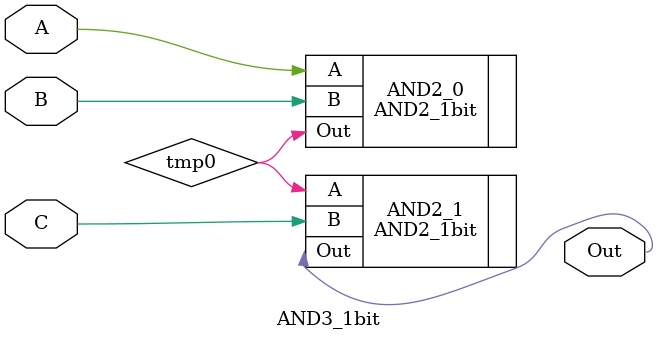
<source format=v>
module AND3_1bit(A, B, C, Out);

input A, B, C;
output Out;

wire tmp0;

AND2_1bit AND2_0(.A(A), .B(B), .Out(tmp0));
AND2_1bit AND2_1(.A(tmp0), .B(C), .Out(Out));

endmodule

</source>
